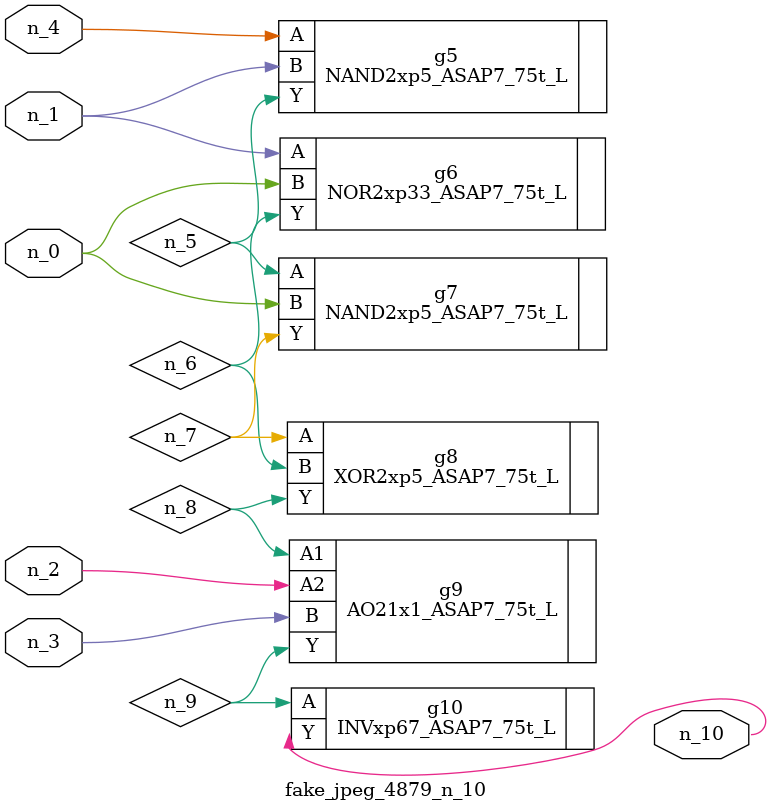
<source format=v>
module fake_jpeg_4879_n_10 (n_3, n_2, n_1, n_0, n_4, n_10);

input n_3;
input n_2;
input n_1;
input n_0;
input n_4;

output n_10;

wire n_8;
wire n_9;
wire n_6;
wire n_5;
wire n_7;

NAND2xp5_ASAP7_75t_L g5 ( 
.A(n_4),
.B(n_1),
.Y(n_5)
);

NOR2xp33_ASAP7_75t_L g6 ( 
.A(n_1),
.B(n_0),
.Y(n_6)
);

NAND2xp5_ASAP7_75t_L g7 ( 
.A(n_5),
.B(n_0),
.Y(n_7)
);

XOR2xp5_ASAP7_75t_L g8 ( 
.A(n_7),
.B(n_6),
.Y(n_8)
);

AO21x1_ASAP7_75t_L g9 ( 
.A1(n_8),
.A2(n_2),
.B(n_3),
.Y(n_9)
);

INVxp67_ASAP7_75t_L g10 ( 
.A(n_9),
.Y(n_10)
);


endmodule
</source>
